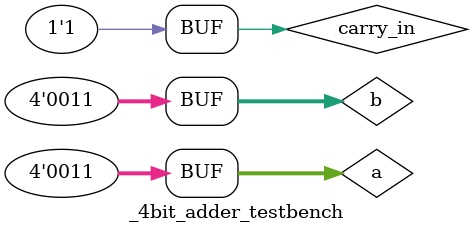
<source format=v>
`define DELAY 20
module _4bit_adder_testbench();
reg [3:0] a, b;
reg carry_in;
wire [3:0] sum;
wire carry_out;

_4bit_adder fatb(sum, carry_out, a, b, carry_in);

initial begin
a = 4'b0000; b = 4'b0000; carry_in = 1'b0;
#`DELAY;
a = 4'b0001; b = 4'b0001; carry_in = 1'b0;
#`DELAY;
a = 4'b0010; b = 4'b0010; carry_in = 1'b0;
#`DELAY;
a = 4'b0011; b = 4'b0011; carry_in = 1'b1;
end


initial
begin
$monitor("time = %2d, a =%4b, b=%4b, carry_in=%1b, sum=%4b, carry_out=%1b", $time, a, b, carry_in, sum, carry_out);
end
 
endmodule
</source>
